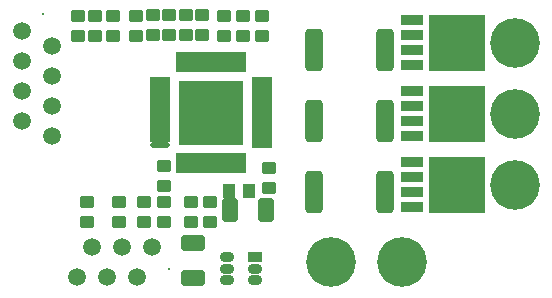
<source format=gbs>
G04*
G04 #@! TF.GenerationSoftware,Altium Limited,Altium Designer,18.0.11 (651)*
G04*
G04 Layer_Color=16711935*
%FSLAX43Y43*%
%MOMM*%
G71*
G01*
G75*
G04:AMPARAMS|DCode=18|XSize=1.2mm|YSize=1.1mm|CornerRadius=0.213mm|HoleSize=0mm|Usage=FLASHONLY|Rotation=90.000|XOffset=0mm|YOffset=0mm|HoleType=Round|Shape=RoundedRectangle|*
%AMROUNDEDRECTD18*
21,1,1.200,0.675,0,0,90.0*
21,1,0.775,1.100,0,0,90.0*
1,1,0.425,0.338,0.388*
1,1,0.425,0.338,-0.388*
1,1,0.425,-0.338,-0.388*
1,1,0.425,-0.338,0.388*
%
%ADD18ROUNDEDRECTD18*%
G04:AMPARAMS|DCode=21|XSize=1.2mm|YSize=1.1mm|CornerRadius=0.213mm|HoleSize=0mm|Usage=FLASHONLY|Rotation=0.000|XOffset=0mm|YOffset=0mm|HoleType=Round|Shape=RoundedRectangle|*
%AMROUNDEDRECTD21*
21,1,1.200,0.675,0,0,0.0*
21,1,0.775,1.100,0,0,0.0*
1,1,0.425,0.388,-0.338*
1,1,0.425,-0.388,-0.338*
1,1,0.425,-0.388,0.338*
1,1,0.425,0.388,0.338*
%
%ADD21ROUNDEDRECTD21*%
%ADD25R,1.851X0.810*%
%ADD26R,4.823X4.721*%
G04:AMPARAMS|DCode=29|XSize=2mm|YSize=1.35mm|CornerRadius=0.244mm|HoleSize=0mm|Usage=FLASHONLY|Rotation=270.000|XOffset=0mm|YOffset=0mm|HoleType=Round|Shape=RoundedRectangle|*
%AMROUNDEDRECTD29*
21,1,2.000,0.863,0,0,270.0*
21,1,1.513,1.350,0,0,270.0*
1,1,0.488,-0.431,-0.756*
1,1,0.488,-0.431,0.756*
1,1,0.488,0.431,0.756*
1,1,0.488,0.431,-0.756*
%
%ADD29ROUNDEDRECTD29*%
%ADD31R,1.700X0.500*%
%ADD32R,0.500X1.700*%
%ADD33O,1.700X0.500*%
%ADD34C,1.500*%
%ADD35C,0.200*%
%ADD36C,4.200*%
%ADD69R,1.200X0.900*%
%ADD70O,1.200X0.900*%
%ADD71R,5.400X5.400*%
G04:AMPARAMS|DCode=72|XSize=3.55mm|YSize=1.45mm|CornerRadius=0.256mm|HoleSize=0mm|Usage=FLASHONLY|Rotation=90.000|XOffset=0mm|YOffset=0mm|HoleType=Round|Shape=RoundedRectangle|*
%AMROUNDEDRECTD72*
21,1,3.550,0.938,0,0,90.0*
21,1,3.038,1.450,0,0,90.0*
1,1,0.513,0.469,1.519*
1,1,0.513,0.469,-1.519*
1,1,0.513,-0.469,-1.519*
1,1,0.513,-0.469,1.519*
%
%ADD72ROUNDEDRECTD72*%
G04:AMPARAMS|DCode=73|XSize=2mm|YSize=1.35mm|CornerRadius=0.244mm|HoleSize=0mm|Usage=FLASHONLY|Rotation=0.000|XOffset=0mm|YOffset=0mm|HoleType=Round|Shape=RoundedRectangle|*
%AMROUNDEDRECTD73*
21,1,2.000,0.863,0,0,0.0*
21,1,1.513,1.350,0,0,0.0*
1,1,0.488,0.756,-0.431*
1,1,0.488,-0.756,-0.431*
1,1,0.488,-0.756,0.431*
1,1,0.488,0.756,0.431*
%
%ADD73ROUNDEDRECTD73*%
D18*
X20550Y9000D02*
D03*
X18850D02*
D03*
D21*
X13300Y9425D02*
D03*
Y11125D02*
D03*
X6000Y22125D02*
D03*
Y23825D02*
D03*
X7500Y22125D02*
D03*
Y23825D02*
D03*
X9000Y22125D02*
D03*
Y23825D02*
D03*
X9500Y8075D02*
D03*
Y6375D02*
D03*
X10975Y22125D02*
D03*
Y23825D02*
D03*
X15600Y6375D02*
D03*
Y8075D02*
D03*
X17200Y6375D02*
D03*
Y8075D02*
D03*
X20000Y23825D02*
D03*
Y22125D02*
D03*
X18400Y23825D02*
D03*
Y22125D02*
D03*
X12375Y23850D02*
D03*
Y22150D02*
D03*
X13325Y6375D02*
D03*
Y8075D02*
D03*
X22200Y9225D02*
D03*
Y10925D02*
D03*
X21650Y23825D02*
D03*
Y22125D02*
D03*
X16575Y23850D02*
D03*
Y22150D02*
D03*
X15175Y23850D02*
D03*
Y22150D02*
D03*
X13775Y23850D02*
D03*
Y22150D02*
D03*
X11625Y6375D02*
D03*
Y8075D02*
D03*
X6800Y6375D02*
D03*
Y8075D02*
D03*
D25*
X34350Y11405D02*
D03*
Y10135D02*
D03*
Y8865D02*
D03*
Y7595D02*
D03*
Y23405D02*
D03*
Y22135D02*
D03*
Y20865D02*
D03*
Y19595D02*
D03*
Y17405D02*
D03*
Y16135D02*
D03*
Y14865D02*
D03*
Y13595D02*
D03*
D26*
X38168Y9500D02*
D03*
Y21500D02*
D03*
Y15500D02*
D03*
D29*
X21925Y7375D02*
D03*
X18925D02*
D03*
D31*
X21600Y17850D02*
D03*
Y17350D02*
D03*
Y18350D02*
D03*
Y16350D02*
D03*
Y15850D02*
D03*
Y16850D02*
D03*
Y14850D02*
D03*
Y14350D02*
D03*
Y15350D02*
D03*
Y13350D02*
D03*
Y12850D02*
D03*
Y13850D02*
D03*
X13000Y18350D02*
D03*
Y17850D02*
D03*
Y16350D02*
D03*
Y15850D02*
D03*
Y17350D02*
D03*
Y16850D02*
D03*
Y14850D02*
D03*
Y14350D02*
D03*
Y15350D02*
D03*
Y13850D02*
D03*
Y13350D02*
D03*
D32*
X20050Y19900D02*
D03*
X17550D02*
D03*
X18050D02*
D03*
X16550D02*
D03*
X17050D02*
D03*
X19050D02*
D03*
X19550D02*
D03*
X18550D02*
D03*
X18050Y11300D02*
D03*
X18550D02*
D03*
X17050D02*
D03*
X17550D02*
D03*
X19550D02*
D03*
X20050D02*
D03*
X19050D02*
D03*
X15550Y19900D02*
D03*
X16050D02*
D03*
X14550D02*
D03*
X15050D02*
D03*
X16050Y11300D02*
D03*
X16550D02*
D03*
X15550D02*
D03*
X14550D02*
D03*
X15050D02*
D03*
D33*
X13000Y12850D02*
D03*
D34*
X5985Y1650D02*
D03*
X7255Y4190D02*
D03*
X11065Y1650D02*
D03*
X8525D02*
D03*
X12335Y4190D02*
D03*
X9795D02*
D03*
X3840Y21245D02*
D03*
Y18705D02*
D03*
X1300Y22515D02*
D03*
X3840Y16165D02*
D03*
Y13625D02*
D03*
X1300Y19975D02*
D03*
Y14895D02*
D03*
Y17435D02*
D03*
D35*
X13735Y2390D02*
D03*
X3100Y23915D02*
D03*
D36*
X43000Y21500D02*
D03*
X43000Y15500D02*
D03*
X43000Y9500D02*
D03*
X33500Y2975D02*
D03*
X27500Y2975D02*
D03*
D69*
X21050Y3350D02*
D03*
D70*
Y2400D02*
D03*
Y1450D02*
D03*
X18650Y3350D02*
D03*
Y2400D02*
D03*
Y1450D02*
D03*
D71*
X17300Y15600D02*
D03*
D72*
X32000Y8900D02*
D03*
X26000D02*
D03*
X32000Y14900D02*
D03*
X26000D02*
D03*
X32000Y20900D02*
D03*
X26000D02*
D03*
D73*
X15800Y1600D02*
D03*
Y4600D02*
D03*
M02*

</source>
